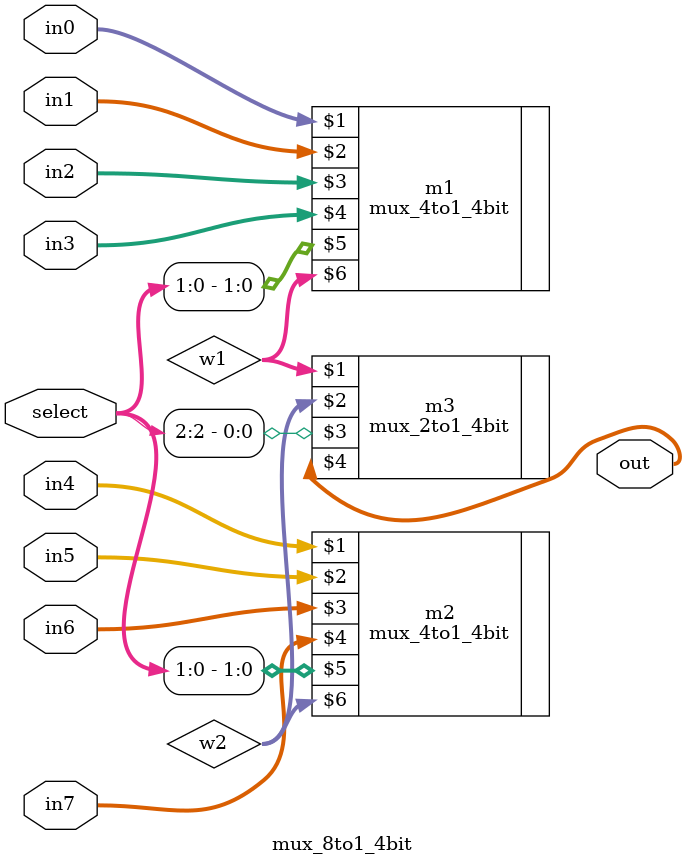
<source format=v>
`include "mux_4to1_4bit.v"
module mux_8to1_4bit(input [3:0]in0,input [3:0]in1,input [3:0]in2,input [3:0]in3,input [3:0]in4,input [3:0]in5,input [3:0]in6,input [3:0]in7,input [2:0]select,output[3:0] out);
//Write your code here

wire [3:0]w1;
wire [3:0]w2;

mux_4to1_4bit m1(in0, in1, in2, in3, select[1:0], w1);
mux_4to1_4bit m2(in4, in5, in6, in7, select[1:0], w2);

mux_2to1_4bit m3(w1, w2, select[2], out);

//End of your code
endmodule
</source>
